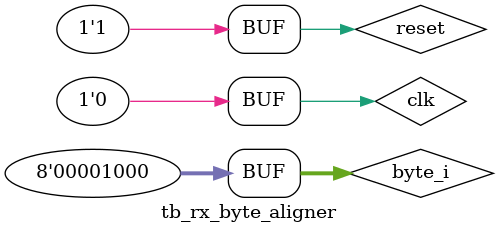
<source format=v>
`timescale 1ns/1ns

module tb_rx_byte_aligner;
	
	reg clk;
	reg reset;
	reg  [7:0]byte_i;
	wire [7:0]byte_o;
	wire synced;

wire reset_g;
GSR 
GSR_INST (
	.GSR_N(1'b1),
	.CLK(1'b0)
);

mipi_rx_byte_aligner inst1(	.clk_i(clk),
						.reset_i(reset),
						.byte_i(byte_i),
						.byte_o(byte_o),
						.byte_valid_o(synced));
						
task sendbyte;
	input [7:0]byte;
	begin
	byte_i = byte;
	clk = 1'b1;
	#4
	clk = 1'b0;
	#4;
	end
endtask

initial begin
		clk = 1'b1;
		reset = 1'b1;
		clk = 1'b1;
		#4
		clk = 1'b0;
		#4;
		#50
		reset = 1'b0;
		sendbyte(8'h00);
		sendbyte(8'h00);
		sendbyte(8'h00);
		sendbyte(8'h00);
		sendbyte(8'h00);
		sendbyte(8'h77);
		sendbyte(8'h25);
		sendbyte(8'h42);
		sendbyte(8'hCE);
		sendbyte(8'h22);
		sendbyte(8'h22);
		sendbyte(8'h22);
		sendbyte(8'h62);
		sendbyte(8'h30);
		sendbyte(8'h22);
		sendbyte(8'h02);
		reset = 1'h1;
		#5
		clk = 1'b1;
		#4
		clk = 1'b0;
		#4;
		#50
		
		reset = 1'b0;
		sendbyte(8'h00);
		sendbyte(8'h00);
		sendbyte(8'h00);
		sendbyte(8'h00);
		sendbyte(8'h00);
		sendbyte(8'h70);
		sendbyte(8'h41);
		sendbyte(8'hA0);
		sendbyte(8'h22);
		sendbyte(8'h72);
		sendbyte(8'h22);
		sendbyte(8'h22);
		sendbyte(8'h22);
		sendbyte(8'h3A);
		sendbyte(8'h22);
		sendbyte(8'h22);
		reset = 1'h1;
		#5
		clk = 1'b1;
		#4
		clk = 1'b0;
		#4;

		#50
		reset = 1'b0;
		sendbyte(8'h00);
		sendbyte(8'h00);
		sendbyte(8'h00);
		sendbyte(8'h00);
		sendbyte(8'h00);
		sendbyte(8'h5C);
		sendbyte(8'h95);
		sendbyte(8'h08);
		sendbyte(8'h1F);
		sendbyte(8'h08);
		sendbyte(8'h08);
		sendbyte(8'h88);
		sendbyte(8'h08);
		sendbyte(8'h17);
		sendbyte(8'h08);
		sendbyte(8'h08);
		reset = 1'h1;
		#5
		clk = 1'b1;
		#4
		clk = 1'b0;
		#4;

			#50
		reset = 1'b0;
		sendbyte(8'h00);
		sendbyte(8'h00);
		sendbyte(8'h00);
		sendbyte(8'h00);
		sendbyte(8'h00);
		sendbyte(8'h5C);
		sendbyte(8'h30);
		sendbyte(8'h88);
		sendbyte(8'h08);
		sendbyte(8'hA9);
		sendbyte(8'h88);
		sendbyte(8'h88);
		sendbyte(8'h08);
		sendbyte(8'h17);
		sendbyte(8'h08);
		sendbyte(8'h08);
		reset = 1'h1;
		#5
		clk = 1'b1;
		#4
		clk = 1'b0;
		#4;

			#50
		reset = 1'b0;
		sendbyte(8'h00);
		sendbyte(8'h00);
		sendbyte(8'h00);
		sendbyte(8'h00);
		sendbyte(8'h00);
		sendbyte(8'hE0); 
		sendbyte(8'h82);
		sendbyte(8'h45);
		sendbyte(8'h40);
		sendbyte(8'hC4);
		sendbyte(8'h45);
		sendbyte(8'h40);
		sendbyte(8'h08);
		sendbyte(8'h17);
		sendbyte(8'h08);
		sendbyte(8'h08);
		reset = 1'h1;	
		
end

endmodule
</source>
